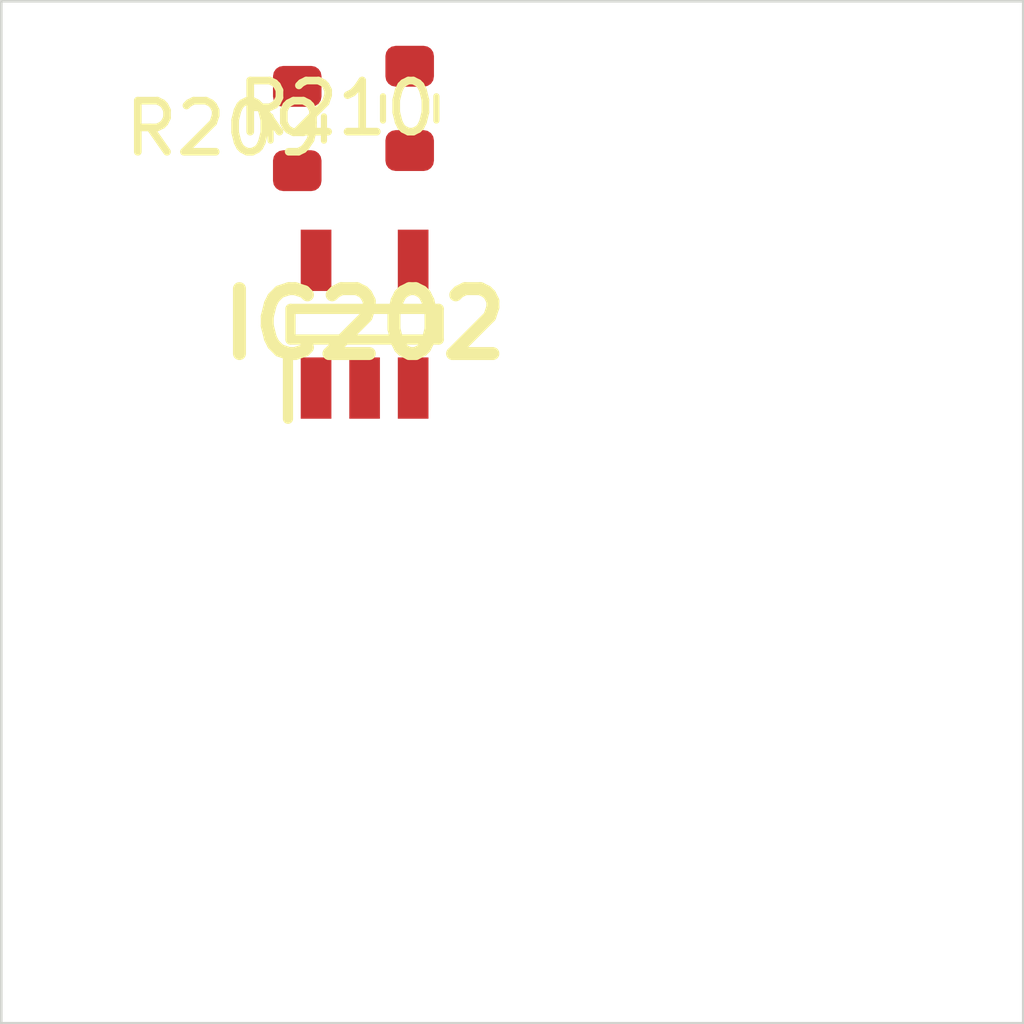
<source format=kicad_pcb>
 ( kicad_pcb  ( version 20171130 )
 ( host pcbnew 5.1.12-84ad8e8a86~92~ubuntu18.04.1 )
 ( general  ( thickness 1.6 )
 ( drawings 4 )
 ( tracks 0 )
 ( zones 0 )
 ( modules 3 )
 ( nets 5 )
)
 ( page A4 )
 ( layers  ( 0 F.Cu signal )
 ( 31 B.Cu signal )
 ( 32 B.Adhes user )
 ( 33 F.Adhes user )
 ( 34 B.Paste user )
 ( 35 F.Paste user )
 ( 36 B.SilkS user )
 ( 37 F.SilkS user )
 ( 38 B.Mask user )
 ( 39 F.Mask user )
 ( 40 Dwgs.User user )
 ( 41 Cmts.User user )
 ( 42 Eco1.User user )
 ( 43 Eco2.User user )
 ( 44 Edge.Cuts user )
 ( 45 Margin user )
 ( 46 B.CrtYd user )
 ( 47 F.CrtYd user )
 ( 48 B.Fab user )
 ( 49 F.Fab user )
)
 ( setup  ( last_trace_width 0.25 )
 ( trace_clearance 0.2 )
 ( zone_clearance 0.508 )
 ( zone_45_only no )
 ( trace_min 0.2 )
 ( via_size 0.8 )
 ( via_drill 0.4 )
 ( via_min_size 0.4 )
 ( via_min_drill 0.3 )
 ( uvia_size 0.3 )
 ( uvia_drill 0.1 )
 ( uvias_allowed no )
 ( uvia_min_size 0.2 )
 ( uvia_min_drill 0.1 )
 ( edge_width 0.05 )
 ( segment_width 0.2 )
 ( pcb_text_width 0.3 )
 ( pcb_text_size 1.5 1.5 )
 ( mod_edge_width 0.12 )
 ( mod_text_size 1 1 )
 ( mod_text_width 0.15 )
 ( pad_size 1.524 1.524 )
 ( pad_drill 0.762 )
 ( pad_to_mask_clearance 0 )
 ( aux_axis_origin 0 0 )
 ( visible_elements FFFFFF7F )
 ( pcbplotparams  ( layerselection 0x010fc_ffffffff )
 ( usegerberextensions false )
 ( usegerberattributes true )
 ( usegerberadvancedattributes true )
 ( creategerberjobfile true )
 ( excludeedgelayer true )
 ( linewidth 0.100000 )
 ( plotframeref false )
 ( viasonmask false )
 ( mode 1 )
 ( useauxorigin false )
 ( hpglpennumber 1 )
 ( hpglpenspeed 20 )
 ( hpglpendiameter 15.000000 )
 ( psnegative false )
 ( psa4output false )
 ( plotreference true )
 ( plotvalue true )
 ( plotinvisibletext false )
 ( padsonsilk false )
 ( subtractmaskfromsilk false )
 ( outputformat 1 )
 ( mirror false )
 ( drillshape 1 )
 ( scaleselection 1 )
 ( outputdirectory "" )
)
)
 ( net 0 "" )
 ( net 1 GND )
 ( net 2 VDDA )
 ( net 3 /Sheet6235D886/vp )
 ( net 4 "Net-(IC202-Pad3)" )
 ( net_class Default "This is the default net class."  ( clearance 0.2 )
 ( trace_width 0.25 )
 ( via_dia 0.8 )
 ( via_drill 0.4 )
 ( uvia_dia 0.3 )
 ( uvia_drill 0.1 )
 ( add_net /Sheet6235D886/vp )
 ( add_net GND )
 ( add_net "Net-(IC202-Pad3)" )
 ( add_net VDDA )
)
 ( module SOT95P280X145-5N locked  ( layer F.Cu )
 ( tedit 62336ED7 )
 ( tstamp 623423ED )
 ( at 87.110600 106.320000 90.000000 )
 ( descr DBV0005A )
 ( tags "Integrated Circuit" )
 ( path /6235D887/6266C08E )
 ( attr smd )
 ( fp_text reference IC202  ( at 0 0 )
 ( layer F.SilkS )
 ( effects  ( font  ( size 1.27 1.27 )
 ( thickness 0.254 )
)
)
)
 ( fp_text value TL071HIDBVR  ( at 0 0 )
 ( layer F.SilkS )
hide  ( effects  ( font  ( size 1.27 1.27 )
 ( thickness 0.254 )
)
)
)
 ( fp_line  ( start -1.85 -1.5 )
 ( end -0.65 -1.5 )
 ( layer F.SilkS )
 ( width 0.2 )
)
 ( fp_line  ( start -0.3 1.45 )
 ( end -0.3 -1.45 )
 ( layer F.SilkS )
 ( width 0.2 )
)
 ( fp_line  ( start 0.3 1.45 )
 ( end -0.3 1.45 )
 ( layer F.SilkS )
 ( width 0.2 )
)
 ( fp_line  ( start 0.3 -1.45 )
 ( end 0.3 1.45 )
 ( layer F.SilkS )
 ( width 0.2 )
)
 ( fp_line  ( start -0.3 -1.45 )
 ( end 0.3 -1.45 )
 ( layer F.SilkS )
 ( width 0.2 )
)
 ( fp_line  ( start -0.8 -0.5 )
 ( end 0.15 -1.45 )
 ( layer Dwgs.User )
 ( width 0.1 )
)
 ( fp_line  ( start -0.8 1.45 )
 ( end -0.8 -1.45 )
 ( layer Dwgs.User )
 ( width 0.1 )
)
 ( fp_line  ( start 0.8 1.45 )
 ( end -0.8 1.45 )
 ( layer Dwgs.User )
 ( width 0.1 )
)
 ( fp_line  ( start 0.8 -1.45 )
 ( end 0.8 1.45 )
 ( layer Dwgs.User )
 ( width 0.1 )
)
 ( fp_line  ( start -0.8 -1.45 )
 ( end 0.8 -1.45 )
 ( layer Dwgs.User )
 ( width 0.1 )
)
 ( fp_line  ( start -2.1 1.775 )
 ( end -2.1 -1.775 )
 ( layer Dwgs.User )
 ( width 0.05 )
)
 ( fp_line  ( start 2.1 1.775 )
 ( end -2.1 1.775 )
 ( layer Dwgs.User )
 ( width 0.05 )
)
 ( fp_line  ( start 2.1 -1.775 )
 ( end 2.1 1.775 )
 ( layer Dwgs.User )
 ( width 0.05 )
)
 ( fp_line  ( start -2.1 -1.775 )
 ( end 2.1 -1.775 )
 ( layer Dwgs.User )
 ( width 0.05 )
)
 ( pad 1 smd rect  ( at -1.25 -0.95 180.000000 )
 ( size 0.6 1.2 )
 ( layers F.Cu F.Mask F.Paste )
 ( net 3 /Sheet6235D886/vp )
)
 ( pad 2 smd rect  ( at -1.25 0 180.000000 )
 ( size 0.6 1.2 )
 ( layers F.Cu F.Mask F.Paste )
 ( net 1 GND )
)
 ( pad 3 smd rect  ( at -1.25 0.95 180.000000 )
 ( size 0.6 1.2 )
 ( layers F.Cu F.Mask F.Paste )
 ( net 4 "Net-(IC202-Pad3)" )
)
 ( pad 4 smd rect  ( at 1.25 0.95 180.000000 )
 ( size 0.6 1.2 )
 ( layers F.Cu F.Mask F.Paste )
 ( net 3 /Sheet6235D886/vp )
)
 ( pad 5 smd rect  ( at 1.25 -0.95 180.000000 )
 ( size 0.6 1.2 )
 ( layers F.Cu F.Mask F.Paste )
 ( net 2 VDDA )
)
)
 ( module Resistor_SMD:R_0603_1608Metric  ( layer F.Cu )
 ( tedit 5F68FEEE )
 ( tstamp 62342595 )
 ( at 85.792508 102.490091 90.000000 )
 ( descr "Resistor SMD 0603 (1608 Metric), square (rectangular) end terminal, IPC_7351 nominal, (Body size source: IPC-SM-782 page 72, https://www.pcb-3d.com/wordpress/wp-content/uploads/ipc-sm-782a_amendment_1_and_2.pdf), generated with kicad-footprint-generator" )
 ( tags resistor )
 ( path /6235D887/623CDBD9 )
 ( attr smd )
 ( fp_text reference R209  ( at 0 -1.43 )
 ( layer F.SilkS )
 ( effects  ( font  ( size 1 1 )
 ( thickness 0.15 )
)
)
)
 ( fp_text value 100k  ( at 0 1.43 )
 ( layer F.Fab )
 ( effects  ( font  ( size 1 1 )
 ( thickness 0.15 )
)
)
)
 ( fp_line  ( start -0.8 0.4125 )
 ( end -0.8 -0.4125 )
 ( layer F.Fab )
 ( width 0.1 )
)
 ( fp_line  ( start -0.8 -0.4125 )
 ( end 0.8 -0.4125 )
 ( layer F.Fab )
 ( width 0.1 )
)
 ( fp_line  ( start 0.8 -0.4125 )
 ( end 0.8 0.4125 )
 ( layer F.Fab )
 ( width 0.1 )
)
 ( fp_line  ( start 0.8 0.4125 )
 ( end -0.8 0.4125 )
 ( layer F.Fab )
 ( width 0.1 )
)
 ( fp_line  ( start -0.237258 -0.5225 )
 ( end 0.237258 -0.5225 )
 ( layer F.SilkS )
 ( width 0.12 )
)
 ( fp_line  ( start -0.237258 0.5225 )
 ( end 0.237258 0.5225 )
 ( layer F.SilkS )
 ( width 0.12 )
)
 ( fp_line  ( start -1.48 0.73 )
 ( end -1.48 -0.73 )
 ( layer F.CrtYd )
 ( width 0.05 )
)
 ( fp_line  ( start -1.48 -0.73 )
 ( end 1.48 -0.73 )
 ( layer F.CrtYd )
 ( width 0.05 )
)
 ( fp_line  ( start 1.48 -0.73 )
 ( end 1.48 0.73 )
 ( layer F.CrtYd )
 ( width 0.05 )
)
 ( fp_line  ( start 1.48 0.73 )
 ( end -1.48 0.73 )
 ( layer F.CrtYd )
 ( width 0.05 )
)
 ( fp_text user %R  ( at 0 0 )
 ( layer F.Fab )
 ( effects  ( font  ( size 0.4 0.4 )
 ( thickness 0.06 )
)
)
)
 ( pad 1 smd roundrect  ( at -0.825 0 90.000000 )
 ( size 0.8 0.95 )
 ( layers F.Cu F.Mask F.Paste )
 ( roundrect_rratio 0.25 )
 ( net 2 VDDA )
)
 ( pad 2 smd roundrect  ( at 0.825 0 90.000000 )
 ( size 0.8 0.95 )
 ( layers F.Cu F.Mask F.Paste )
 ( roundrect_rratio 0.25 )
 ( net 4 "Net-(IC202-Pad3)" )
)
 ( model ${KISYS3DMOD}/Resistor_SMD.3dshapes/R_0603_1608Metric.wrl  ( at  ( xyz 0 0 0 )
)
 ( scale  ( xyz 1 1 1 )
)
 ( rotate  ( xyz 0 0 0 )
)
)
)
 ( module Resistor_SMD:R_0603_1608Metric  ( layer F.Cu )
 ( tedit 5F68FEEE )
 ( tstamp 623425A6 )
 ( at 87.992851 102.096543 90.000000 )
 ( descr "Resistor SMD 0603 (1608 Metric), square (rectangular) end terminal, IPC_7351 nominal, (Body size source: IPC-SM-782 page 72, https://www.pcb-3d.com/wordpress/wp-content/uploads/ipc-sm-782a_amendment_1_and_2.pdf), generated with kicad-footprint-generator" )
 ( tags resistor )
 ( path /6235D887/623CDBDF )
 ( attr smd )
 ( fp_text reference R210  ( at 0 -1.43 )
 ( layer F.SilkS )
 ( effects  ( font  ( size 1 1 )
 ( thickness 0.15 )
)
)
)
 ( fp_text value 100k  ( at 0 1.43 )
 ( layer F.Fab )
 ( effects  ( font  ( size 1 1 )
 ( thickness 0.15 )
)
)
)
 ( fp_line  ( start 1.48 0.73 )
 ( end -1.48 0.73 )
 ( layer F.CrtYd )
 ( width 0.05 )
)
 ( fp_line  ( start 1.48 -0.73 )
 ( end 1.48 0.73 )
 ( layer F.CrtYd )
 ( width 0.05 )
)
 ( fp_line  ( start -1.48 -0.73 )
 ( end 1.48 -0.73 )
 ( layer F.CrtYd )
 ( width 0.05 )
)
 ( fp_line  ( start -1.48 0.73 )
 ( end -1.48 -0.73 )
 ( layer F.CrtYd )
 ( width 0.05 )
)
 ( fp_line  ( start -0.237258 0.5225 )
 ( end 0.237258 0.5225 )
 ( layer F.SilkS )
 ( width 0.12 )
)
 ( fp_line  ( start -0.237258 -0.5225 )
 ( end 0.237258 -0.5225 )
 ( layer F.SilkS )
 ( width 0.12 )
)
 ( fp_line  ( start 0.8 0.4125 )
 ( end -0.8 0.4125 )
 ( layer F.Fab )
 ( width 0.1 )
)
 ( fp_line  ( start 0.8 -0.4125 )
 ( end 0.8 0.4125 )
 ( layer F.Fab )
 ( width 0.1 )
)
 ( fp_line  ( start -0.8 -0.4125 )
 ( end 0.8 -0.4125 )
 ( layer F.Fab )
 ( width 0.1 )
)
 ( fp_line  ( start -0.8 0.4125 )
 ( end -0.8 -0.4125 )
 ( layer F.Fab )
 ( width 0.1 )
)
 ( fp_text user %R  ( at 0 0 )
 ( layer F.Fab )
 ( effects  ( font  ( size 0.4 0.4 )
 ( thickness 0.06 )
)
)
)
 ( pad 2 smd roundrect  ( at 0.825 0 90.000000 )
 ( size 0.8 0.95 )
 ( layers F.Cu F.Mask F.Paste )
 ( roundrect_rratio 0.25 )
 ( net 1 GND )
)
 ( pad 1 smd roundrect  ( at -0.825 0 90.000000 )
 ( size 0.8 0.95 )
 ( layers F.Cu F.Mask F.Paste )
 ( roundrect_rratio 0.25 )
 ( net 4 "Net-(IC202-Pad3)" )
)
 ( model ${KISYS3DMOD}/Resistor_SMD.3dshapes/R_0603_1608Metric.wrl  ( at  ( xyz 0 0 0 )
)
 ( scale  ( xyz 1 1 1 )
)
 ( rotate  ( xyz 0 0 0 )
)
)
)
 ( gr_line  ( start 100 100 )
 ( end 100 120 )
 ( layer Edge.Cuts )
 ( width 0.05 )
 ( tstamp 62E770C4 )
)
 ( gr_line  ( start 80 120 )
 ( end 100 120 )
 ( layer Edge.Cuts )
 ( width 0.05 )
 ( tstamp 62E770C0 )
)
 ( gr_line  ( start 80 100 )
 ( end 100 100 )
 ( layer Edge.Cuts )
 ( width 0.05 )
 ( tstamp 6234110C )
)
 ( gr_line  ( start 80 100 )
 ( end 80 120 )
 ( layer Edge.Cuts )
 ( width 0.05 )
)
)

</source>
